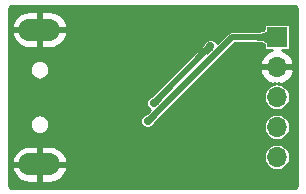
<source format=gbr>
%TF.GenerationSoftware,KiCad,Pcbnew,(5.1.10)-1*%
%TF.CreationDate,2021-10-08T00:02:28+08:00*%
%TF.ProjectId,Usb-ttl,5573622d-7474-46c2-9e6b-696361645f70,rev?*%
%TF.SameCoordinates,Original*%
%TF.FileFunction,Copper,L2,Bot*%
%TF.FilePolarity,Positive*%
%FSLAX46Y46*%
G04 Gerber Fmt 4.6, Leading zero omitted, Abs format (unit mm)*
G04 Created by KiCad (PCBNEW (5.1.10)-1) date 2021-10-08 00:02:28*
%MOMM*%
%LPD*%
G01*
G04 APERTURE LIST*
%TA.AperFunction,ComponentPad*%
%ADD10O,1.700000X1.700000*%
%TD*%
%TA.AperFunction,ComponentPad*%
%ADD11R,1.700000X1.700000*%
%TD*%
%TA.AperFunction,ComponentPad*%
%ADD12O,3.500000X1.900000*%
%TD*%
%TA.AperFunction,ViaPad*%
%ADD13C,0.700000*%
%TD*%
%TA.AperFunction,Conductor*%
%ADD14C,0.500000*%
%TD*%
%TA.AperFunction,Conductor*%
%ADD15C,0.254000*%
%TD*%
%TA.AperFunction,Conductor*%
%ADD16C,0.100000*%
%TD*%
%TA.AperFunction,Conductor*%
%ADD17C,0.025400*%
%TD*%
G04 APERTURE END LIST*
D10*
%TO.P,J2,5*%
%TO.N,+5V*%
X123000000Y-97080000D03*
%TO.P,J2,4*%
%TO.N,/TXD*%
X123000000Y-94540000D03*
%TO.P,J2,3*%
%TO.N,/RXD*%
X123000000Y-92000000D03*
%TO.P,J2,2*%
%TO.N,GND*%
X123000000Y-89460000D03*
D11*
%TO.P,J2,1*%
%TO.N,/RTS*%
X123000000Y-86920000D03*
%TD*%
D12*
%TO.P,J1,5*%
%TO.N,GND*%
X102900000Y-97700000D03*
X102900000Y-86300000D03*
%TD*%
D13*
%TO.N,+5V*%
X112557162Y-92507162D03*
X117369662Y-87694662D03*
%TO.N,/RTS*%
X112050000Y-94025000D03*
%TD*%
D14*
%TO.N,+5V*%
X112557162Y-92507162D02*
X112907161Y-92157163D01*
X112907161Y-92157163D02*
X117369662Y-87694662D01*
%TO.N,/RTS*%
X112100000Y-94025000D02*
X119205000Y-86920000D01*
X112050000Y-94025000D02*
X112100000Y-94025000D01*
X119205000Y-86920000D02*
X123000000Y-86920000D01*
%TD*%
D15*
%TO.N,GND*%
X124616870Y-84383130D02*
X124698001Y-84481988D01*
X124698000Y-99518013D01*
X124616870Y-99616870D01*
X124518013Y-99698000D01*
X100481987Y-99698000D01*
X100383130Y-99616870D01*
X100302000Y-99518013D01*
X100302000Y-98072588D01*
X100559414Y-98072588D01*
X100587051Y-98189221D01*
X100711564Y-98474983D01*
X100889434Y-98730962D01*
X101113825Y-98947322D01*
X101376114Y-99115748D01*
X101666222Y-99229768D01*
X101973000Y-99285000D01*
X102773000Y-99285000D01*
X102773000Y-97827000D01*
X103027000Y-97827000D01*
X103027000Y-99285000D01*
X103827000Y-99285000D01*
X104133778Y-99229768D01*
X104423886Y-99115748D01*
X104686175Y-98947322D01*
X104910566Y-98730962D01*
X105088436Y-98474983D01*
X105212949Y-98189221D01*
X105240586Y-98072588D01*
X105120584Y-97827000D01*
X103027000Y-97827000D01*
X102773000Y-97827000D01*
X100679416Y-97827000D01*
X100559414Y-98072588D01*
X100302000Y-98072588D01*
X100302000Y-97327412D01*
X100559414Y-97327412D01*
X100679416Y-97573000D01*
X102773000Y-97573000D01*
X102773000Y-96115000D01*
X103027000Y-96115000D01*
X103027000Y-97573000D01*
X105120584Y-97573000D01*
X105240586Y-97327412D01*
X105212949Y-97210779D01*
X105107601Y-96969000D01*
X121873000Y-96969000D01*
X121873000Y-97191000D01*
X121916310Y-97408734D01*
X122001266Y-97613835D01*
X122124602Y-97798421D01*
X122281579Y-97955398D01*
X122466165Y-98078734D01*
X122671266Y-98163690D01*
X122889000Y-98207000D01*
X123111000Y-98207000D01*
X123328734Y-98163690D01*
X123533835Y-98078734D01*
X123718421Y-97955398D01*
X123875398Y-97798421D01*
X123998734Y-97613835D01*
X124083690Y-97408734D01*
X124127000Y-97191000D01*
X124127000Y-96969000D01*
X124083690Y-96751266D01*
X123998734Y-96546165D01*
X123875398Y-96361579D01*
X123718421Y-96204602D01*
X123533835Y-96081266D01*
X123328734Y-95996310D01*
X123111000Y-95953000D01*
X122889000Y-95953000D01*
X122671266Y-95996310D01*
X122466165Y-96081266D01*
X122281579Y-96204602D01*
X122124602Y-96361579D01*
X122001266Y-96546165D01*
X121916310Y-96751266D01*
X121873000Y-96969000D01*
X105107601Y-96969000D01*
X105088436Y-96925017D01*
X104910566Y-96669038D01*
X104686175Y-96452678D01*
X104423886Y-96284252D01*
X104133778Y-96170232D01*
X103827000Y-96115000D01*
X103027000Y-96115000D01*
X102773000Y-96115000D01*
X101973000Y-96115000D01*
X101666222Y-96170232D01*
X101376114Y-96284252D01*
X101113825Y-96452678D01*
X100889434Y-96669038D01*
X100711564Y-96925017D01*
X100587051Y-97210779D01*
X100559414Y-97327412D01*
X100302000Y-97327412D01*
X100302000Y-94218548D01*
X102073000Y-94218548D01*
X102073000Y-94381452D01*
X102104782Y-94541227D01*
X102167123Y-94691731D01*
X102257628Y-94827181D01*
X102372819Y-94942372D01*
X102508269Y-95032877D01*
X102658773Y-95095218D01*
X102818548Y-95127000D01*
X102981452Y-95127000D01*
X103141227Y-95095218D01*
X103291731Y-95032877D01*
X103427181Y-94942372D01*
X103542372Y-94827181D01*
X103632877Y-94691731D01*
X103695218Y-94541227D01*
X103727000Y-94381452D01*
X103727000Y-94218548D01*
X103695218Y-94058773D01*
X103655650Y-93963246D01*
X111423000Y-93963246D01*
X111423000Y-94086754D01*
X111447095Y-94207889D01*
X111494360Y-94321996D01*
X111562977Y-94424689D01*
X111650311Y-94512023D01*
X111753004Y-94580640D01*
X111867111Y-94627905D01*
X111988246Y-94652000D01*
X112111754Y-94652000D01*
X112232889Y-94627905D01*
X112346996Y-94580640D01*
X112449689Y-94512023D01*
X112532712Y-94429000D01*
X121873000Y-94429000D01*
X121873000Y-94651000D01*
X121916310Y-94868734D01*
X122001266Y-95073835D01*
X122124602Y-95258421D01*
X122281579Y-95415398D01*
X122466165Y-95538734D01*
X122671266Y-95623690D01*
X122889000Y-95667000D01*
X123111000Y-95667000D01*
X123328734Y-95623690D01*
X123533835Y-95538734D01*
X123718421Y-95415398D01*
X123875398Y-95258421D01*
X123998734Y-95073835D01*
X124083690Y-94868734D01*
X124127000Y-94651000D01*
X124127000Y-94429000D01*
X124083690Y-94211266D01*
X123998734Y-94006165D01*
X123875398Y-93821579D01*
X123718421Y-93664602D01*
X123533835Y-93541266D01*
X123328734Y-93456310D01*
X123111000Y-93413000D01*
X122889000Y-93413000D01*
X122671266Y-93456310D01*
X122466165Y-93541266D01*
X122281579Y-93664602D01*
X122124602Y-93821579D01*
X122001266Y-94006165D01*
X121916310Y-94211266D01*
X121873000Y-94429000D01*
X112532712Y-94429000D01*
X112537023Y-94424689D01*
X112605640Y-94321996D01*
X112621438Y-94283857D01*
X112635241Y-94256417D01*
X112651122Y-94229735D01*
X112668120Y-94205416D01*
X112681514Y-94188775D01*
X117053399Y-89816890D01*
X121558524Y-89816890D01*
X121603175Y-89964099D01*
X121728359Y-90226920D01*
X121902412Y-90460269D01*
X122118645Y-90655178D01*
X122368748Y-90804157D01*
X122643109Y-90901481D01*
X122872998Y-90780815D01*
X122872998Y-90876183D01*
X122671266Y-90916310D01*
X122466165Y-91001266D01*
X122281579Y-91124602D01*
X122124602Y-91281579D01*
X122001266Y-91466165D01*
X121916310Y-91671266D01*
X121873000Y-91889000D01*
X121873000Y-92111000D01*
X121916310Y-92328734D01*
X122001266Y-92533835D01*
X122124602Y-92718421D01*
X122281579Y-92875398D01*
X122466165Y-92998734D01*
X122671266Y-93083690D01*
X122889000Y-93127000D01*
X123111000Y-93127000D01*
X123328734Y-93083690D01*
X123533835Y-92998734D01*
X123718421Y-92875398D01*
X123875398Y-92718421D01*
X123998734Y-92533835D01*
X124083690Y-92328734D01*
X124127000Y-92111000D01*
X124127000Y-91889000D01*
X124083690Y-91671266D01*
X123998734Y-91466165D01*
X123875398Y-91281579D01*
X123718421Y-91124602D01*
X123533835Y-91001266D01*
X123328734Y-90916310D01*
X123127002Y-90876183D01*
X123127002Y-90780815D01*
X123356891Y-90901481D01*
X123631252Y-90804157D01*
X123881355Y-90655178D01*
X124097588Y-90460269D01*
X124271641Y-90226920D01*
X124396825Y-89964099D01*
X124441476Y-89816890D01*
X124320155Y-89587000D01*
X123127000Y-89587000D01*
X123127000Y-89607000D01*
X122873000Y-89607000D01*
X122873000Y-89587000D01*
X121679845Y-89587000D01*
X121558524Y-89816890D01*
X117053399Y-89816890D01*
X119423290Y-87447000D01*
X121304809Y-87447000D01*
X121481413Y-87453604D01*
X121616460Y-87470949D01*
X121723370Y-87496680D01*
X121813178Y-87529765D01*
X121871660Y-87558738D01*
X121871660Y-87770000D01*
X121877008Y-87824301D01*
X121892847Y-87876516D01*
X121918569Y-87924637D01*
X121953184Y-87966816D01*
X121995363Y-88001431D01*
X122043484Y-88027153D01*
X122095699Y-88042992D01*
X122150000Y-88048340D01*
X122559042Y-88048340D01*
X122368748Y-88115843D01*
X122118645Y-88264822D01*
X121902412Y-88459731D01*
X121728359Y-88693080D01*
X121603175Y-88955901D01*
X121558524Y-89103110D01*
X121679845Y-89333000D01*
X122873000Y-89333000D01*
X122873000Y-89313000D01*
X123127000Y-89313000D01*
X123127000Y-89333000D01*
X124320155Y-89333000D01*
X124441476Y-89103110D01*
X124396825Y-88955901D01*
X124271641Y-88693080D01*
X124097588Y-88459731D01*
X123881355Y-88264822D01*
X123631252Y-88115843D01*
X123440958Y-88048340D01*
X123850000Y-88048340D01*
X123904301Y-88042992D01*
X123956516Y-88027153D01*
X124004637Y-88001431D01*
X124046816Y-87966816D01*
X124081431Y-87924637D01*
X124107153Y-87876516D01*
X124122992Y-87824301D01*
X124128340Y-87770000D01*
X124128340Y-86070000D01*
X124122992Y-86015699D01*
X124107153Y-85963484D01*
X124081431Y-85915363D01*
X124046816Y-85873184D01*
X124004637Y-85838569D01*
X123956516Y-85812847D01*
X123904301Y-85797008D01*
X123850000Y-85791660D01*
X122150000Y-85791660D01*
X122095699Y-85797008D01*
X122043484Y-85812847D01*
X121995363Y-85838569D01*
X121953184Y-85873184D01*
X121918569Y-85915363D01*
X121892847Y-85963484D01*
X121877008Y-86015699D01*
X121871660Y-86070000D01*
X121871660Y-86281261D01*
X121813178Y-86310234D01*
X121723370Y-86343319D01*
X121616460Y-86369050D01*
X121481401Y-86386396D01*
X121304834Y-86393000D01*
X119230877Y-86393000D01*
X119204999Y-86390451D01*
X119179121Y-86393000D01*
X119179119Y-86393000D01*
X119101690Y-86400626D01*
X119002350Y-86430761D01*
X118910798Y-86479696D01*
X118830552Y-86545552D01*
X118814049Y-86565661D01*
X117941921Y-87437789D01*
X117925302Y-87397666D01*
X117856685Y-87294973D01*
X117769351Y-87207639D01*
X117666658Y-87139022D01*
X117552551Y-87091757D01*
X117431416Y-87067662D01*
X117307908Y-87067662D01*
X117186773Y-87091757D01*
X117072666Y-87139022D01*
X116969973Y-87207639D01*
X116882639Y-87294973D01*
X116814022Y-87397666D01*
X116766757Y-87511773D01*
X116765247Y-87519364D01*
X116755371Y-87540065D01*
X116743658Y-87560205D01*
X116729309Y-87580923D01*
X116710291Y-87604725D01*
X116684948Y-87633222D01*
X116666324Y-87652710D01*
X112552817Y-91766218D01*
X112507695Y-91811340D01*
X112499040Y-91819659D01*
X112469831Y-91845818D01*
X112445417Y-91865471D01*
X112424173Y-91880294D01*
X112403553Y-91892367D01*
X112381922Y-91902736D01*
X112374273Y-91904257D01*
X112260166Y-91951522D01*
X112157473Y-92020139D01*
X112070139Y-92107473D01*
X112001522Y-92210166D01*
X111954257Y-92324273D01*
X111930162Y-92445408D01*
X111930162Y-92568916D01*
X111954257Y-92690051D01*
X112001522Y-92804158D01*
X112070139Y-92906851D01*
X112157473Y-92994185D01*
X112260166Y-93062802D01*
X112300289Y-93079422D01*
X112200908Y-93178803D01*
X112200897Y-93178812D01*
X112200029Y-93179682D01*
X112124208Y-93255503D01*
X112102665Y-93276943D01*
X112063890Y-93314429D01*
X112031526Y-93343955D01*
X112005131Y-93365889D01*
X111983908Y-93381317D01*
X111966200Y-93392103D01*
X111949260Y-93400389D01*
X111929476Y-93407854D01*
X111907129Y-93414135D01*
X111867111Y-93422095D01*
X111753004Y-93469360D01*
X111650311Y-93537977D01*
X111562977Y-93625311D01*
X111494360Y-93728004D01*
X111447095Y-93842111D01*
X111423000Y-93963246D01*
X103655650Y-93963246D01*
X103632877Y-93908269D01*
X103542372Y-93772819D01*
X103427181Y-93657628D01*
X103291731Y-93567123D01*
X103141227Y-93504782D01*
X102981452Y-93473000D01*
X102818548Y-93473000D01*
X102658773Y-93504782D01*
X102508269Y-93567123D01*
X102372819Y-93657628D01*
X102257628Y-93772819D01*
X102167123Y-93908269D01*
X102104782Y-94058773D01*
X102073000Y-94218548D01*
X100302000Y-94218548D01*
X100302000Y-89618548D01*
X102073000Y-89618548D01*
X102073000Y-89781452D01*
X102104782Y-89941227D01*
X102167123Y-90091731D01*
X102257628Y-90227181D01*
X102372819Y-90342372D01*
X102508269Y-90432877D01*
X102658773Y-90495218D01*
X102818548Y-90527000D01*
X102981452Y-90527000D01*
X103141227Y-90495218D01*
X103291731Y-90432877D01*
X103427181Y-90342372D01*
X103542372Y-90227181D01*
X103632877Y-90091731D01*
X103695218Y-89941227D01*
X103727000Y-89781452D01*
X103727000Y-89618548D01*
X103695218Y-89458773D01*
X103632877Y-89308269D01*
X103542372Y-89172819D01*
X103427181Y-89057628D01*
X103291731Y-88967123D01*
X103141227Y-88904782D01*
X102981452Y-88873000D01*
X102818548Y-88873000D01*
X102658773Y-88904782D01*
X102508269Y-88967123D01*
X102372819Y-89057628D01*
X102257628Y-89172819D01*
X102167123Y-89308269D01*
X102104782Y-89458773D01*
X102073000Y-89618548D01*
X100302000Y-89618548D01*
X100302000Y-86672588D01*
X100559414Y-86672588D01*
X100587051Y-86789221D01*
X100711564Y-87074983D01*
X100889434Y-87330962D01*
X101113825Y-87547322D01*
X101376114Y-87715748D01*
X101666222Y-87829768D01*
X101973000Y-87885000D01*
X102773000Y-87885000D01*
X102773000Y-86427000D01*
X103027000Y-86427000D01*
X103027000Y-87885000D01*
X103827000Y-87885000D01*
X104133778Y-87829768D01*
X104423886Y-87715748D01*
X104686175Y-87547322D01*
X104910566Y-87330962D01*
X105088436Y-87074983D01*
X105212949Y-86789221D01*
X105240586Y-86672588D01*
X105120584Y-86427000D01*
X103027000Y-86427000D01*
X102773000Y-86427000D01*
X100679416Y-86427000D01*
X100559414Y-86672588D01*
X100302000Y-86672588D01*
X100302000Y-85927412D01*
X100559414Y-85927412D01*
X100679416Y-86173000D01*
X102773000Y-86173000D01*
X102773000Y-84715000D01*
X103027000Y-84715000D01*
X103027000Y-86173000D01*
X105120584Y-86173000D01*
X105240586Y-85927412D01*
X105212949Y-85810779D01*
X105088436Y-85525017D01*
X104910566Y-85269038D01*
X104686175Y-85052678D01*
X104423886Y-84884252D01*
X104133778Y-84770232D01*
X103827000Y-84715000D01*
X103027000Y-84715000D01*
X102773000Y-84715000D01*
X101973000Y-84715000D01*
X101666222Y-84770232D01*
X101376114Y-84884252D01*
X101113825Y-85052678D01*
X100889434Y-85269038D01*
X100711564Y-85525017D01*
X100587051Y-85810779D01*
X100559414Y-85927412D01*
X100302000Y-85927412D01*
X100302000Y-84481987D01*
X100383130Y-84383130D01*
X100481987Y-84302000D01*
X124518013Y-84302000D01*
X124616870Y-84383130D01*
%TA.AperFunction,Conductor*%
D16*
G36*
X124616870Y-84383130D02*
G01*
X124698001Y-84481988D01*
X124698000Y-99518013D01*
X124616870Y-99616870D01*
X124518013Y-99698000D01*
X100481987Y-99698000D01*
X100383130Y-99616870D01*
X100302000Y-99518013D01*
X100302000Y-98072588D01*
X100559414Y-98072588D01*
X100587051Y-98189221D01*
X100711564Y-98474983D01*
X100889434Y-98730962D01*
X101113825Y-98947322D01*
X101376114Y-99115748D01*
X101666222Y-99229768D01*
X101973000Y-99285000D01*
X102773000Y-99285000D01*
X102773000Y-97827000D01*
X103027000Y-97827000D01*
X103027000Y-99285000D01*
X103827000Y-99285000D01*
X104133778Y-99229768D01*
X104423886Y-99115748D01*
X104686175Y-98947322D01*
X104910566Y-98730962D01*
X105088436Y-98474983D01*
X105212949Y-98189221D01*
X105240586Y-98072588D01*
X105120584Y-97827000D01*
X103027000Y-97827000D01*
X102773000Y-97827000D01*
X100679416Y-97827000D01*
X100559414Y-98072588D01*
X100302000Y-98072588D01*
X100302000Y-97327412D01*
X100559414Y-97327412D01*
X100679416Y-97573000D01*
X102773000Y-97573000D01*
X102773000Y-96115000D01*
X103027000Y-96115000D01*
X103027000Y-97573000D01*
X105120584Y-97573000D01*
X105240586Y-97327412D01*
X105212949Y-97210779D01*
X105107601Y-96969000D01*
X121873000Y-96969000D01*
X121873000Y-97191000D01*
X121916310Y-97408734D01*
X122001266Y-97613835D01*
X122124602Y-97798421D01*
X122281579Y-97955398D01*
X122466165Y-98078734D01*
X122671266Y-98163690D01*
X122889000Y-98207000D01*
X123111000Y-98207000D01*
X123328734Y-98163690D01*
X123533835Y-98078734D01*
X123718421Y-97955398D01*
X123875398Y-97798421D01*
X123998734Y-97613835D01*
X124083690Y-97408734D01*
X124127000Y-97191000D01*
X124127000Y-96969000D01*
X124083690Y-96751266D01*
X123998734Y-96546165D01*
X123875398Y-96361579D01*
X123718421Y-96204602D01*
X123533835Y-96081266D01*
X123328734Y-95996310D01*
X123111000Y-95953000D01*
X122889000Y-95953000D01*
X122671266Y-95996310D01*
X122466165Y-96081266D01*
X122281579Y-96204602D01*
X122124602Y-96361579D01*
X122001266Y-96546165D01*
X121916310Y-96751266D01*
X121873000Y-96969000D01*
X105107601Y-96969000D01*
X105088436Y-96925017D01*
X104910566Y-96669038D01*
X104686175Y-96452678D01*
X104423886Y-96284252D01*
X104133778Y-96170232D01*
X103827000Y-96115000D01*
X103027000Y-96115000D01*
X102773000Y-96115000D01*
X101973000Y-96115000D01*
X101666222Y-96170232D01*
X101376114Y-96284252D01*
X101113825Y-96452678D01*
X100889434Y-96669038D01*
X100711564Y-96925017D01*
X100587051Y-97210779D01*
X100559414Y-97327412D01*
X100302000Y-97327412D01*
X100302000Y-94218548D01*
X102073000Y-94218548D01*
X102073000Y-94381452D01*
X102104782Y-94541227D01*
X102167123Y-94691731D01*
X102257628Y-94827181D01*
X102372819Y-94942372D01*
X102508269Y-95032877D01*
X102658773Y-95095218D01*
X102818548Y-95127000D01*
X102981452Y-95127000D01*
X103141227Y-95095218D01*
X103291731Y-95032877D01*
X103427181Y-94942372D01*
X103542372Y-94827181D01*
X103632877Y-94691731D01*
X103695218Y-94541227D01*
X103727000Y-94381452D01*
X103727000Y-94218548D01*
X103695218Y-94058773D01*
X103655650Y-93963246D01*
X111423000Y-93963246D01*
X111423000Y-94086754D01*
X111447095Y-94207889D01*
X111494360Y-94321996D01*
X111562977Y-94424689D01*
X111650311Y-94512023D01*
X111753004Y-94580640D01*
X111867111Y-94627905D01*
X111988246Y-94652000D01*
X112111754Y-94652000D01*
X112232889Y-94627905D01*
X112346996Y-94580640D01*
X112449689Y-94512023D01*
X112532712Y-94429000D01*
X121873000Y-94429000D01*
X121873000Y-94651000D01*
X121916310Y-94868734D01*
X122001266Y-95073835D01*
X122124602Y-95258421D01*
X122281579Y-95415398D01*
X122466165Y-95538734D01*
X122671266Y-95623690D01*
X122889000Y-95667000D01*
X123111000Y-95667000D01*
X123328734Y-95623690D01*
X123533835Y-95538734D01*
X123718421Y-95415398D01*
X123875398Y-95258421D01*
X123998734Y-95073835D01*
X124083690Y-94868734D01*
X124127000Y-94651000D01*
X124127000Y-94429000D01*
X124083690Y-94211266D01*
X123998734Y-94006165D01*
X123875398Y-93821579D01*
X123718421Y-93664602D01*
X123533835Y-93541266D01*
X123328734Y-93456310D01*
X123111000Y-93413000D01*
X122889000Y-93413000D01*
X122671266Y-93456310D01*
X122466165Y-93541266D01*
X122281579Y-93664602D01*
X122124602Y-93821579D01*
X122001266Y-94006165D01*
X121916310Y-94211266D01*
X121873000Y-94429000D01*
X112532712Y-94429000D01*
X112537023Y-94424689D01*
X112605640Y-94321996D01*
X112621438Y-94283857D01*
X112635241Y-94256417D01*
X112651122Y-94229735D01*
X112668120Y-94205416D01*
X112681514Y-94188775D01*
X117053399Y-89816890D01*
X121558524Y-89816890D01*
X121603175Y-89964099D01*
X121728359Y-90226920D01*
X121902412Y-90460269D01*
X122118645Y-90655178D01*
X122368748Y-90804157D01*
X122643109Y-90901481D01*
X122872998Y-90780815D01*
X122872998Y-90876183D01*
X122671266Y-90916310D01*
X122466165Y-91001266D01*
X122281579Y-91124602D01*
X122124602Y-91281579D01*
X122001266Y-91466165D01*
X121916310Y-91671266D01*
X121873000Y-91889000D01*
X121873000Y-92111000D01*
X121916310Y-92328734D01*
X122001266Y-92533835D01*
X122124602Y-92718421D01*
X122281579Y-92875398D01*
X122466165Y-92998734D01*
X122671266Y-93083690D01*
X122889000Y-93127000D01*
X123111000Y-93127000D01*
X123328734Y-93083690D01*
X123533835Y-92998734D01*
X123718421Y-92875398D01*
X123875398Y-92718421D01*
X123998734Y-92533835D01*
X124083690Y-92328734D01*
X124127000Y-92111000D01*
X124127000Y-91889000D01*
X124083690Y-91671266D01*
X123998734Y-91466165D01*
X123875398Y-91281579D01*
X123718421Y-91124602D01*
X123533835Y-91001266D01*
X123328734Y-90916310D01*
X123127002Y-90876183D01*
X123127002Y-90780815D01*
X123356891Y-90901481D01*
X123631252Y-90804157D01*
X123881355Y-90655178D01*
X124097588Y-90460269D01*
X124271641Y-90226920D01*
X124396825Y-89964099D01*
X124441476Y-89816890D01*
X124320155Y-89587000D01*
X123127000Y-89587000D01*
X123127000Y-89607000D01*
X122873000Y-89607000D01*
X122873000Y-89587000D01*
X121679845Y-89587000D01*
X121558524Y-89816890D01*
X117053399Y-89816890D01*
X119423290Y-87447000D01*
X121304809Y-87447000D01*
X121481413Y-87453604D01*
X121616460Y-87470949D01*
X121723370Y-87496680D01*
X121813178Y-87529765D01*
X121871660Y-87558738D01*
X121871660Y-87770000D01*
X121877008Y-87824301D01*
X121892847Y-87876516D01*
X121918569Y-87924637D01*
X121953184Y-87966816D01*
X121995363Y-88001431D01*
X122043484Y-88027153D01*
X122095699Y-88042992D01*
X122150000Y-88048340D01*
X122559042Y-88048340D01*
X122368748Y-88115843D01*
X122118645Y-88264822D01*
X121902412Y-88459731D01*
X121728359Y-88693080D01*
X121603175Y-88955901D01*
X121558524Y-89103110D01*
X121679845Y-89333000D01*
X122873000Y-89333000D01*
X122873000Y-89313000D01*
X123127000Y-89313000D01*
X123127000Y-89333000D01*
X124320155Y-89333000D01*
X124441476Y-89103110D01*
X124396825Y-88955901D01*
X124271641Y-88693080D01*
X124097588Y-88459731D01*
X123881355Y-88264822D01*
X123631252Y-88115843D01*
X123440958Y-88048340D01*
X123850000Y-88048340D01*
X123904301Y-88042992D01*
X123956516Y-88027153D01*
X124004637Y-88001431D01*
X124046816Y-87966816D01*
X124081431Y-87924637D01*
X124107153Y-87876516D01*
X124122992Y-87824301D01*
X124128340Y-87770000D01*
X124128340Y-86070000D01*
X124122992Y-86015699D01*
X124107153Y-85963484D01*
X124081431Y-85915363D01*
X124046816Y-85873184D01*
X124004637Y-85838569D01*
X123956516Y-85812847D01*
X123904301Y-85797008D01*
X123850000Y-85791660D01*
X122150000Y-85791660D01*
X122095699Y-85797008D01*
X122043484Y-85812847D01*
X121995363Y-85838569D01*
X121953184Y-85873184D01*
X121918569Y-85915363D01*
X121892847Y-85963484D01*
X121877008Y-86015699D01*
X121871660Y-86070000D01*
X121871660Y-86281261D01*
X121813178Y-86310234D01*
X121723370Y-86343319D01*
X121616460Y-86369050D01*
X121481401Y-86386396D01*
X121304834Y-86393000D01*
X119230877Y-86393000D01*
X119204999Y-86390451D01*
X119179121Y-86393000D01*
X119179119Y-86393000D01*
X119101690Y-86400626D01*
X119002350Y-86430761D01*
X118910798Y-86479696D01*
X118830552Y-86545552D01*
X118814049Y-86565661D01*
X117941921Y-87437789D01*
X117925302Y-87397666D01*
X117856685Y-87294973D01*
X117769351Y-87207639D01*
X117666658Y-87139022D01*
X117552551Y-87091757D01*
X117431416Y-87067662D01*
X117307908Y-87067662D01*
X117186773Y-87091757D01*
X117072666Y-87139022D01*
X116969973Y-87207639D01*
X116882639Y-87294973D01*
X116814022Y-87397666D01*
X116766757Y-87511773D01*
X116765247Y-87519364D01*
X116755371Y-87540065D01*
X116743658Y-87560205D01*
X116729309Y-87580923D01*
X116710291Y-87604725D01*
X116684948Y-87633222D01*
X116666324Y-87652710D01*
X112552817Y-91766218D01*
X112507695Y-91811340D01*
X112499040Y-91819659D01*
X112469831Y-91845818D01*
X112445417Y-91865471D01*
X112424173Y-91880294D01*
X112403553Y-91892367D01*
X112381922Y-91902736D01*
X112374273Y-91904257D01*
X112260166Y-91951522D01*
X112157473Y-92020139D01*
X112070139Y-92107473D01*
X112001522Y-92210166D01*
X111954257Y-92324273D01*
X111930162Y-92445408D01*
X111930162Y-92568916D01*
X111954257Y-92690051D01*
X112001522Y-92804158D01*
X112070139Y-92906851D01*
X112157473Y-92994185D01*
X112260166Y-93062802D01*
X112300289Y-93079422D01*
X112200908Y-93178803D01*
X112200897Y-93178812D01*
X112200029Y-93179682D01*
X112124208Y-93255503D01*
X112102665Y-93276943D01*
X112063890Y-93314429D01*
X112031526Y-93343955D01*
X112005131Y-93365889D01*
X111983908Y-93381317D01*
X111966200Y-93392103D01*
X111949260Y-93400389D01*
X111929476Y-93407854D01*
X111907129Y-93414135D01*
X111867111Y-93422095D01*
X111753004Y-93469360D01*
X111650311Y-93537977D01*
X111562977Y-93625311D01*
X111494360Y-93728004D01*
X111447095Y-93842111D01*
X111423000Y-93963246D01*
X103655650Y-93963246D01*
X103632877Y-93908269D01*
X103542372Y-93772819D01*
X103427181Y-93657628D01*
X103291731Y-93567123D01*
X103141227Y-93504782D01*
X102981452Y-93473000D01*
X102818548Y-93473000D01*
X102658773Y-93504782D01*
X102508269Y-93567123D01*
X102372819Y-93657628D01*
X102257628Y-93772819D01*
X102167123Y-93908269D01*
X102104782Y-94058773D01*
X102073000Y-94218548D01*
X100302000Y-94218548D01*
X100302000Y-89618548D01*
X102073000Y-89618548D01*
X102073000Y-89781452D01*
X102104782Y-89941227D01*
X102167123Y-90091731D01*
X102257628Y-90227181D01*
X102372819Y-90342372D01*
X102508269Y-90432877D01*
X102658773Y-90495218D01*
X102818548Y-90527000D01*
X102981452Y-90527000D01*
X103141227Y-90495218D01*
X103291731Y-90432877D01*
X103427181Y-90342372D01*
X103542372Y-90227181D01*
X103632877Y-90091731D01*
X103695218Y-89941227D01*
X103727000Y-89781452D01*
X103727000Y-89618548D01*
X103695218Y-89458773D01*
X103632877Y-89308269D01*
X103542372Y-89172819D01*
X103427181Y-89057628D01*
X103291731Y-88967123D01*
X103141227Y-88904782D01*
X102981452Y-88873000D01*
X102818548Y-88873000D01*
X102658773Y-88904782D01*
X102508269Y-88967123D01*
X102372819Y-89057628D01*
X102257628Y-89172819D01*
X102167123Y-89308269D01*
X102104782Y-89458773D01*
X102073000Y-89618548D01*
X100302000Y-89618548D01*
X100302000Y-86672588D01*
X100559414Y-86672588D01*
X100587051Y-86789221D01*
X100711564Y-87074983D01*
X100889434Y-87330962D01*
X101113825Y-87547322D01*
X101376114Y-87715748D01*
X101666222Y-87829768D01*
X101973000Y-87885000D01*
X102773000Y-87885000D01*
X102773000Y-86427000D01*
X103027000Y-86427000D01*
X103027000Y-87885000D01*
X103827000Y-87885000D01*
X104133778Y-87829768D01*
X104423886Y-87715748D01*
X104686175Y-87547322D01*
X104910566Y-87330962D01*
X105088436Y-87074983D01*
X105212949Y-86789221D01*
X105240586Y-86672588D01*
X105120584Y-86427000D01*
X103027000Y-86427000D01*
X102773000Y-86427000D01*
X100679416Y-86427000D01*
X100559414Y-86672588D01*
X100302000Y-86672588D01*
X100302000Y-85927412D01*
X100559414Y-85927412D01*
X100679416Y-86173000D01*
X102773000Y-86173000D01*
X102773000Y-84715000D01*
X103027000Y-84715000D01*
X103027000Y-86173000D01*
X105120584Y-86173000D01*
X105240586Y-85927412D01*
X105212949Y-85810779D01*
X105088436Y-85525017D01*
X104910566Y-85269038D01*
X104686175Y-85052678D01*
X104423886Y-84884252D01*
X104133778Y-84770232D01*
X103827000Y-84715000D01*
X103027000Y-84715000D01*
X102773000Y-84715000D01*
X101973000Y-84715000D01*
X101666222Y-84770232D01*
X101376114Y-84884252D01*
X101113825Y-85052678D01*
X100889434Y-85269038D01*
X100711564Y-85525017D01*
X100587051Y-85810779D01*
X100559414Y-85927412D01*
X100302000Y-85927412D01*
X100302000Y-84481987D01*
X100383130Y-84383130D01*
X100481987Y-84302000D01*
X124518013Y-84302000D01*
X124616870Y-84383130D01*
G37*
%TD.AperFunction*%
%TD*%
D17*
%TO.N,+5V*%
X113210919Y-92188929D02*
X113164638Y-92234867D01*
X113115312Y-92283560D01*
X113115251Y-92283620D01*
X113071402Y-92327493D01*
X113071229Y-92327670D01*
X113032410Y-92368057D01*
X113032105Y-92368385D01*
X112997842Y-92406644D01*
X112997410Y-92407153D01*
X112967231Y-92444642D01*
X112966709Y-92445338D01*
X112940139Y-92483415D01*
X112939594Y-92484266D01*
X112916162Y-92524289D01*
X112915670Y-92525217D01*
X112894902Y-92568544D01*
X112894510Y-92569448D01*
X112879009Y-92609492D01*
X112446375Y-92617949D01*
X112454832Y-92185314D01*
X112494875Y-92169812D01*
X112495779Y-92169421D01*
X112539106Y-92148653D01*
X112540034Y-92148161D01*
X112580057Y-92124729D01*
X112580908Y-92124184D01*
X112618985Y-92097614D01*
X112619681Y-92097092D01*
X112657170Y-92066913D01*
X112657679Y-92066481D01*
X112695938Y-92032218D01*
X112696266Y-92031913D01*
X112736653Y-91993094D01*
X112736830Y-91992921D01*
X112780703Y-91949072D01*
X112780763Y-91949011D01*
X112829455Y-91899685D01*
X112875394Y-91853404D01*
X113210919Y-92188929D01*
%TA.AperFunction,Conductor*%
D16*
G36*
X113210919Y-92188929D02*
G01*
X113164638Y-92234867D01*
X113115312Y-92283560D01*
X113115251Y-92283620D01*
X113071402Y-92327493D01*
X113071229Y-92327670D01*
X113032410Y-92368057D01*
X113032105Y-92368385D01*
X112997842Y-92406644D01*
X112997410Y-92407153D01*
X112967231Y-92444642D01*
X112966709Y-92445338D01*
X112940139Y-92483415D01*
X112939594Y-92484266D01*
X112916162Y-92524289D01*
X112915670Y-92525217D01*
X112894902Y-92568544D01*
X112894510Y-92569448D01*
X112879009Y-92609492D01*
X112446375Y-92617949D01*
X112454832Y-92185314D01*
X112494875Y-92169812D01*
X112495779Y-92169421D01*
X112539106Y-92148653D01*
X112540034Y-92148161D01*
X112580057Y-92124729D01*
X112580908Y-92124184D01*
X112618985Y-92097614D01*
X112619681Y-92097092D01*
X112657170Y-92066913D01*
X112657679Y-92066481D01*
X112695938Y-92032218D01*
X112696266Y-92031913D01*
X112736653Y-91993094D01*
X112736830Y-91992921D01*
X112780703Y-91949072D01*
X112780763Y-91949011D01*
X112829455Y-91899685D01*
X112875394Y-91853404D01*
X113210919Y-92188929D01*
G37*
%TD.AperFunction*%
%TD*%
D17*
%TO.N,+5V*%
X117471992Y-88016504D02*
X117432800Y-88031647D01*
X117431909Y-88032031D01*
X117389307Y-88052355D01*
X117388390Y-88052839D01*
X117349006Y-88075745D01*
X117348160Y-88076283D01*
X117310670Y-88102248D01*
X117309974Y-88102766D01*
X117273053Y-88132265D01*
X117272540Y-88132697D01*
X117234862Y-88166206D01*
X117234528Y-88166514D01*
X117194770Y-88204508D01*
X117194586Y-88204688D01*
X117151422Y-88247643D01*
X117151354Y-88247711D01*
X117103475Y-88296086D01*
X117058506Y-88341352D01*
X116722972Y-88005818D01*
X116768237Y-87960848D01*
X116816612Y-87912969D01*
X116816680Y-87912901D01*
X116859635Y-87869737D01*
X116859815Y-87869553D01*
X116897809Y-87829795D01*
X116898117Y-87829461D01*
X116931626Y-87791783D01*
X116932058Y-87791270D01*
X116961557Y-87754349D01*
X116962075Y-87753653D01*
X116988040Y-87716163D01*
X116988578Y-87715317D01*
X117011484Y-87675933D01*
X117011968Y-87675016D01*
X117032292Y-87632414D01*
X117032676Y-87631523D01*
X117047819Y-87592332D01*
X117480449Y-87583875D01*
X117471992Y-88016504D01*
%TA.AperFunction,Conductor*%
D16*
G36*
X117471992Y-88016504D02*
G01*
X117432800Y-88031647D01*
X117431909Y-88032031D01*
X117389307Y-88052355D01*
X117388390Y-88052839D01*
X117349006Y-88075745D01*
X117348160Y-88076283D01*
X117310670Y-88102248D01*
X117309974Y-88102766D01*
X117273053Y-88132265D01*
X117272540Y-88132697D01*
X117234862Y-88166206D01*
X117234528Y-88166514D01*
X117194770Y-88204508D01*
X117194586Y-88204688D01*
X117151422Y-88247643D01*
X117151354Y-88247711D01*
X117103475Y-88296086D01*
X117058506Y-88341352D01*
X116722972Y-88005818D01*
X116768237Y-87960848D01*
X116816612Y-87912969D01*
X116816680Y-87912901D01*
X116859635Y-87869737D01*
X116859815Y-87869553D01*
X116897809Y-87829795D01*
X116898117Y-87829461D01*
X116931626Y-87791783D01*
X116932058Y-87791270D01*
X116961557Y-87754349D01*
X116962075Y-87753653D01*
X116988040Y-87716163D01*
X116988578Y-87715317D01*
X117011484Y-87675933D01*
X117011968Y-87675016D01*
X117032292Y-87632414D01*
X117032676Y-87631523D01*
X117047819Y-87592332D01*
X117480449Y-87583875D01*
X117471992Y-88016504D01*
G37*
%TD.AperFunction*%
%TD*%
D17*
%TO.N,/RTS*%
X112732516Y-93727954D02*
X112682741Y-93777056D01*
X112629992Y-93828042D01*
X112582734Y-93873505D01*
X112582654Y-93873582D01*
X112540367Y-93914983D01*
X112540160Y-93915191D01*
X112502268Y-93954044D01*
X112501924Y-93954411D01*
X112467850Y-93992234D01*
X112467393Y-93992771D01*
X112436559Y-94031078D01*
X112436043Y-94031765D01*
X112407871Y-94072072D01*
X112407367Y-94072852D01*
X112381282Y-94116676D01*
X112380850Y-94117465D01*
X112360113Y-94158690D01*
X111928789Y-94124274D01*
X111980042Y-93694567D01*
X112019450Y-93683491D01*
X112020498Y-93683147D01*
X112063737Y-93666830D01*
X112064833Y-93666357D01*
X112104966Y-93646728D01*
X112105993Y-93646165D01*
X112144254Y-93622859D01*
X112145115Y-93622286D01*
X112182738Y-93594936D01*
X112183387Y-93594431D01*
X112221605Y-93562672D01*
X112222047Y-93562286D01*
X112262093Y-93525752D01*
X112262361Y-93525501D01*
X112305470Y-93483826D01*
X112305602Y-93483697D01*
X112353008Y-93436517D01*
X112353039Y-93436485D01*
X112396994Y-93392432D01*
X112732516Y-93727954D01*
%TA.AperFunction,Conductor*%
D16*
G36*
X112732516Y-93727954D02*
G01*
X112682741Y-93777056D01*
X112629992Y-93828042D01*
X112582734Y-93873505D01*
X112582654Y-93873582D01*
X112540367Y-93914983D01*
X112540160Y-93915191D01*
X112502268Y-93954044D01*
X112501924Y-93954411D01*
X112467850Y-93992234D01*
X112467393Y-93992771D01*
X112436559Y-94031078D01*
X112436043Y-94031765D01*
X112407871Y-94072072D01*
X112407367Y-94072852D01*
X112381282Y-94116676D01*
X112380850Y-94117465D01*
X112360113Y-94158690D01*
X111928789Y-94124274D01*
X111980042Y-93694567D01*
X112019450Y-93683491D01*
X112020498Y-93683147D01*
X112063737Y-93666830D01*
X112064833Y-93666357D01*
X112104966Y-93646728D01*
X112105993Y-93646165D01*
X112144254Y-93622859D01*
X112145115Y-93622286D01*
X112182738Y-93594936D01*
X112183387Y-93594431D01*
X112221605Y-93562672D01*
X112222047Y-93562286D01*
X112262093Y-93525752D01*
X112262361Y-93525501D01*
X112305470Y-93483826D01*
X112305602Y-93483697D01*
X112353008Y-93436517D01*
X112353039Y-93436485D01*
X112396994Y-93392432D01*
X112732516Y-93727954D01*
G37*
%TD.AperFunction*%
%TD*%
D17*
%TO.N,/RTS*%
X123406678Y-86920000D02*
X122627278Y-87669512D01*
X122484928Y-87595103D01*
X122356855Y-87518890D01*
X122243939Y-87446227D01*
X122139558Y-87378594D01*
X122139157Y-87378344D01*
X122036671Y-87317227D01*
X122035804Y-87316755D01*
X121928485Y-87263588D01*
X121927237Y-87263051D01*
X121808323Y-87219243D01*
X121806905Y-87218813D01*
X121669633Y-87185775D01*
X121668279Y-87185525D01*
X121505889Y-87164668D01*
X121504746Y-87164574D01*
X121322700Y-87157766D01*
X121322700Y-86682234D01*
X121504746Y-86675425D01*
X121505889Y-86675331D01*
X121668279Y-86654474D01*
X121669633Y-86654224D01*
X121806905Y-86621186D01*
X121808323Y-86620756D01*
X121927237Y-86576948D01*
X121928485Y-86576411D01*
X122035804Y-86523244D01*
X122036671Y-86522772D01*
X122139157Y-86461655D01*
X122139558Y-86461405D01*
X122243939Y-86393772D01*
X122356855Y-86321109D01*
X122484928Y-86244896D01*
X122627278Y-86170488D01*
X123406678Y-86920000D01*
%TA.AperFunction,Conductor*%
D16*
G36*
X123406678Y-86920000D02*
G01*
X122627278Y-87669512D01*
X122484928Y-87595103D01*
X122356855Y-87518890D01*
X122243939Y-87446227D01*
X122139558Y-87378594D01*
X122139157Y-87378344D01*
X122036671Y-87317227D01*
X122035804Y-87316755D01*
X121928485Y-87263588D01*
X121927237Y-87263051D01*
X121808323Y-87219243D01*
X121806905Y-87218813D01*
X121669633Y-87185775D01*
X121668279Y-87185525D01*
X121505889Y-87164668D01*
X121504746Y-87164574D01*
X121322700Y-87157766D01*
X121322700Y-86682234D01*
X121504746Y-86675425D01*
X121505889Y-86675331D01*
X121668279Y-86654474D01*
X121669633Y-86654224D01*
X121806905Y-86621186D01*
X121808323Y-86620756D01*
X121927237Y-86576948D01*
X121928485Y-86576411D01*
X122035804Y-86523244D01*
X122036671Y-86522772D01*
X122139157Y-86461655D01*
X122139558Y-86461405D01*
X122243939Y-86393772D01*
X122356855Y-86321109D01*
X122484928Y-86244896D01*
X122627278Y-86170488D01*
X123406678Y-86920000D01*
G37*
%TD.AperFunction*%
%TD*%
M02*

</source>
